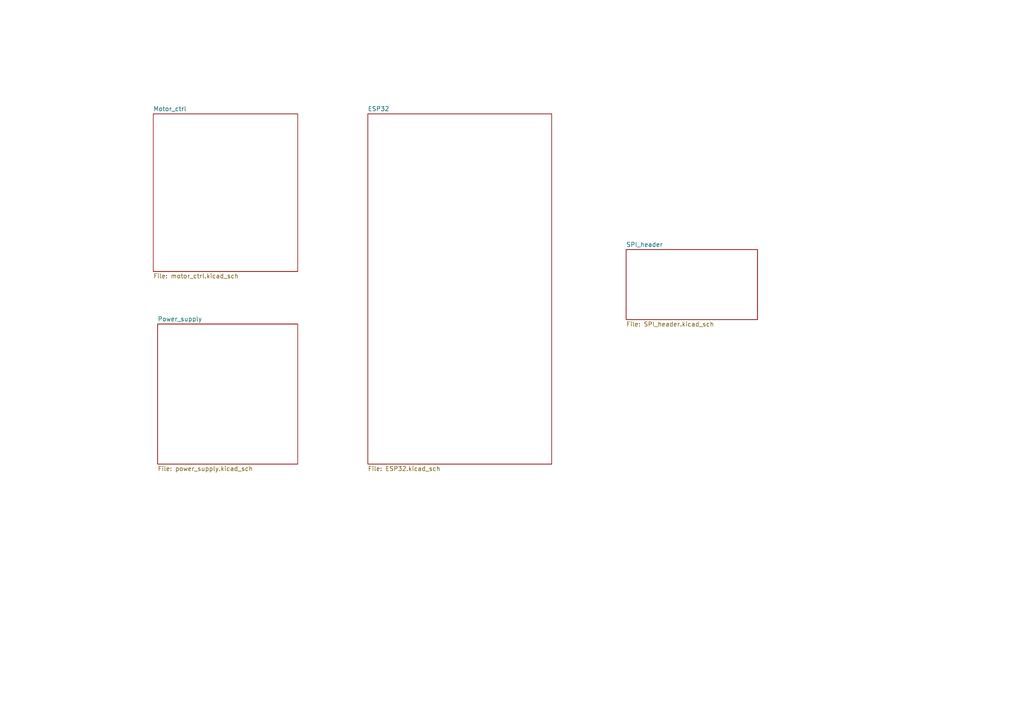
<source format=kicad_sch>
(kicad_sch (version 20211123) (generator eeschema)
  (paper "A4")
  (lib_symbols)
  (sheet (at 106.68 33.02) (size 53.34 101.6) (stroke (width 0.1524))
    (property "Sheet name" "ESP32" (at 106.68 32.3084 0) (effects (justify left bottom)))
    (property "Sheet file" "ESP32.kicad_sch" (at 106.68 135.2046 0) (effects (justify left top)))
  )
  (sheet (at 181.61 72.39) (size 38.1 20.32) (stroke (width 0.1524))
    (property "Sheet name" "SPI_header" (at 181.61 71.6784 0) (effects (justify left bottom)))
    (property "Sheet file" "SPI_header.kicad_sch" (at 181.61 93.2946 0) (effects (justify left top)))
  )
  (sheet (at 44.45 33.02) (size 41.91 45.72) (stroke (width 0.1524))
    (property "Sheet name" "Motor_ctrl" (at 44.45 32.3084 0) (effects (justify left bottom)))
    (property "Sheet file" "motor_ctrl.kicad_sch" (at 44.45 79.3246 0) (effects (justify left top)))
  )
  (sheet (at 45.72 93.98) (size 40.64 40.64) (stroke (width 0.1524))
    (property "Sheet name" "Power_supply" (at 45.72 93.2684 0) (effects (justify left bottom)))
    (property "Sheet file" "power_supply.kicad_sch" (at 45.72 135.2046 0) (effects (justify left top)))
  )
)
</source>
